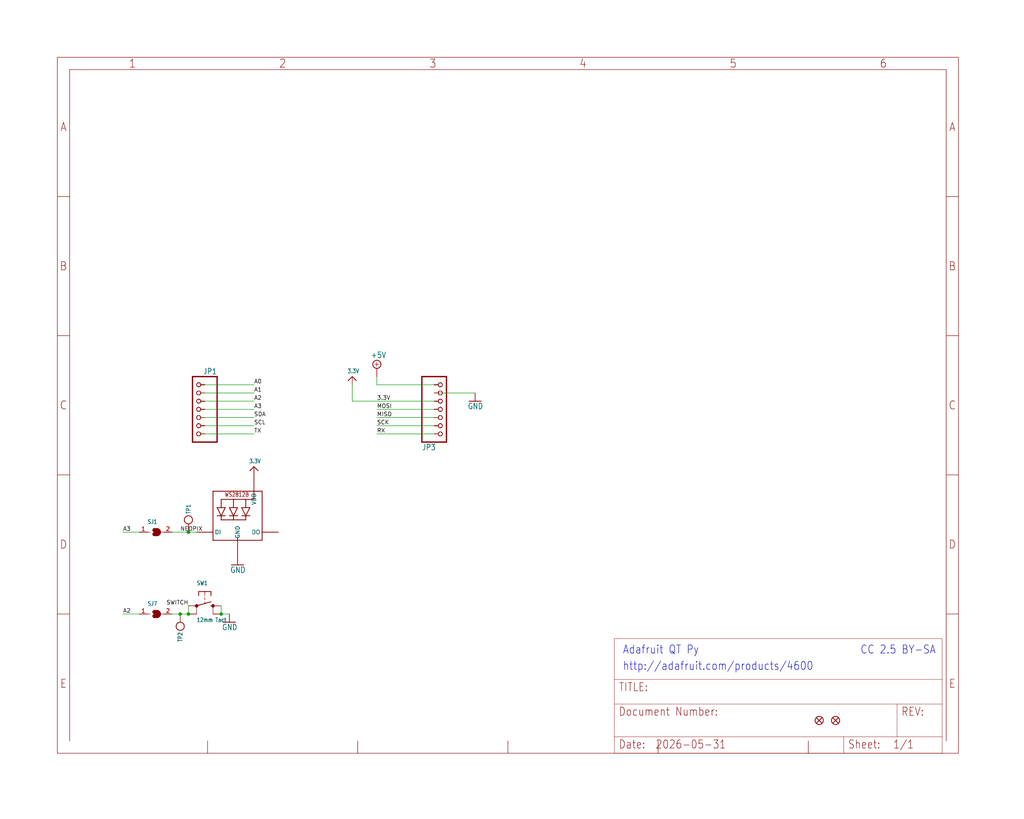
<source format=kicad_sch>
(kicad_sch (version 20230121) (generator eeschema)
  (paper "User" 317.5 254.127)
  (lib_symbols
    (symbol "working-eagle-import:+5V" (power)
      (property "Value" "+5V" (at -1.905 3.175 0))
      (symbol "+5V_1_0"
        (polyline (pts (xy -0.635 1.27) (xy 0.635 1.27)) (stroke (width 0.1524)))
        (polyline (pts (xy 0 0.635) (xy 0 1.905)) (stroke (width 0.1524)))
        (circle (center 0 1.27) (radius 1.27) (stroke (width 0.254)))
        (pin power_in line (at 0 -2.54 90) (length 2.54) (name "+5V") (number "1"))
      )
    )
    (symbol "working-eagle-import:3.3V" (power)
      (property "Value" "3.3V" (at -1.524 1.016 0))
      (symbol "3.3V_1_0"
        (polyline (pts (xy -1.27 -1.27) (xy 0 0)) (stroke (width 0.254)))
        (polyline (pts (xy 0 0) (xy 1.27 -1.27)) (stroke (width 0.254)))
        (pin power_in line (at 0 -2.54 90) (length 2.54) (name "3.3V") (number "1"))
      )
    )
    (symbol "working-eagle-import:FIDUCIAL_1MM"
      (symbol "FIDUCIAL_1MM_1_0"
        (polyline (pts (xy -0.762 0.762) (xy 0.762 -0.762)) (stroke (width 0.254)))
        (polyline (pts (xy 0.762 0.762) (xy -0.762 -0.762)) (stroke (width 0.254)))
        (circle (center 0 0) (radius 1.27) (stroke (width 0.254)))
      )
    )
    (symbol "working-eagle-import:FRAME_A_L"
      (symbol "FRAME_A_L_1_0"
        (polyline (pts (xy 0 43.18) (xy 3.81 43.18)))
        (polyline (pts (xy 0 86.36) (xy 3.81 86.36)))
        (polyline (pts (xy 0 129.54) (xy 3.81 129.54)))
        (polyline (pts (xy 0 172.72) (xy 3.81 172.72)))
        (polyline (pts (xy 3.81 3.81) (xy 3.81 212.09)))
        (polyline (pts (xy 46.5667 0) (xy 46.5667 3.81)))
        (polyline (pts (xy 93.1333 0) (xy 93.1333 3.81)))
        (polyline (pts (xy 139.7 0) (xy 139.7 3.81)))
        (polyline (pts (xy 186.2667 0) (xy 186.2667 3.81)))
        (polyline (pts (xy 232.8333 0) (xy 232.8333 3.81)))
        (polyline (pts (xy 275.59 3.81) (xy 275.59 212.09)))
        (polyline (pts (xy 275.59 43.18) (xy 279.4 43.18)))
        (polyline (pts (xy 275.59 86.36) (xy 279.4 86.36)))
        (polyline (pts (xy 275.59 129.54) (xy 279.4 129.54)))
        (polyline (pts (xy 275.59 172.72) (xy 279.4 172.72)))
        (polyline (pts (xy 275.59 212.09) (xy 3.81 212.09)))
        (polyline (pts (xy 0 0) (xy 279.4 0) (xy 279.4 215.9) (xy 0 215.9) (xy 0 0)))
        (text "1" (at 23.2833 213.995 0) (effects (font (size 2.54 2.286))))
        (text "2" (at 69.85 213.995 0) (effects (font (size 2.54 2.286))))
        (text "3" (at 116.4167 213.995 0) (effects (font (size 2.54 2.286))))
        (text "4" (at 162.9833 213.995 0) (effects (font (size 2.54 2.286))))
        (text "5" (at 209.55 213.995 0) (effects (font (size 2.54 2.286))))
        (text "6" (at 256.1167 213.995 0) (effects (font (size 2.54 2.286))))
        (text "A" (at 1.905 194.31 0) (effects (font (size 2.54 2.286))))
        (text "A" (at 277.495 194.31 0) (effects (font (size 2.54 2.286))))
        (text "B" (at 1.905 151.13 0) (effects (font (size 2.54 2.286))))
        (text "B" (at 277.495 151.13 0) (effects (font (size 2.54 2.286))))
        (text "C" (at 1.905 107.95 0) (effects (font (size 2.54 2.286))))
        (text "C" (at 277.495 107.95 0) (effects (font (size 2.54 2.286))))
        (text "D" (at 1.905 64.77 0) (effects (font (size 2.54 2.286))))
        (text "D" (at 277.495 64.77 0) (effects (font (size 2.54 2.286))))
        (text "E" (at 1.905 21.59 0) (effects (font (size 2.54 2.286))))
        (text "E" (at 277.495 21.59 0) (effects (font (size 2.54 2.286))))
      )
      (symbol "FRAME_A_L_2_0"
        (polyline (pts (xy 0 0) (xy 0 5.08)) (stroke (width 0.1016)))
        (polyline (pts (xy 0 0) (xy 71.12 0)) (stroke (width 0.1016)))
        (polyline (pts (xy 0 5.08) (xy 0 15.24)) (stroke (width 0.1016)))
        (polyline (pts (xy 0 5.08) (xy 71.12 5.08)) (stroke (width 0.1016)))
        (polyline (pts (xy 0 15.24) (xy 0 22.86)) (stroke (width 0.1016)))
        (polyline (pts (xy 0 22.86) (xy 0 35.56)) (stroke (width 0.1016)))
        (polyline (pts (xy 0 22.86) (xy 101.6 22.86)) (stroke (width 0.1016)))
        (polyline (pts (xy 71.12 0) (xy 101.6 0)) (stroke (width 0.1016)))
        (polyline (pts (xy 71.12 5.08) (xy 71.12 0)) (stroke (width 0.1016)))
        (polyline (pts (xy 71.12 5.08) (xy 87.63 5.08)) (stroke (width 0.1016)))
        (polyline (pts (xy 87.63 5.08) (xy 101.6 5.08)) (stroke (width 0.1016)))
        (polyline (pts (xy 87.63 15.24) (xy 0 15.24)) (stroke (width 0.1016)))
        (polyline (pts (xy 87.63 15.24) (xy 87.63 5.08)) (stroke (width 0.1016)))
        (polyline (pts (xy 101.6 5.08) (xy 101.6 0)) (stroke (width 0.1016)))
        (polyline (pts (xy 101.6 15.24) (xy 87.63 15.24)) (stroke (width 0.1016)))
        (polyline (pts (xy 101.6 15.24) (xy 101.6 5.08)) (stroke (width 0.1016)))
        (polyline (pts (xy 101.6 22.86) (xy 101.6 15.24)) (stroke (width 0.1016)))
        (polyline (pts (xy 101.6 35.56) (xy 0 35.56)) (stroke (width 0.1016)))
        (polyline (pts (xy 101.6 35.56) (xy 101.6 22.86)) (stroke (width 0.1016)))
        (text "${#}/${##}" (at 86.36 1.27 0) (effects (font (size 2.54 2.159)) (justify left bottom)))
        (text "${CURRENT_DATE}" (at 12.7 1.27 0) (effects (font (size 2.54 2.159)) (justify left bottom)))
        (text "${PROJECTNAME}" (at 17.78 19.05 0) (effects (font (size 2.54 2.159)) (justify left bottom)))
        (text "Date:" (at 1.27 1.27 0) (effects (font (size 2.54 2.159)) (justify left bottom)))
        (text "Document Number:" (at 1.27 11.43 0) (effects (font (size 2.54 2.159)) (justify left bottom)))
        (text "REV:" (at 88.9 11.43 0) (effects (font (size 2.54 2.159)) (justify left bottom)))
        (text "Sheet:" (at 72.39 1.27 0) (effects (font (size 2.54 2.159)) (justify left bottom)))
        (text "TITLE:" (at 1.27 19.05 0) (effects (font (size 2.54 2.159)) (justify left bottom)))
      )
    )
    (symbol "working-eagle-import:GND" (power)
      (property "Value" "GND" (at -2.54 -2.54 0))
      (symbol "GND_1_0"
        (polyline (pts (xy -1.905 0) (xy 1.905 0)) (stroke (width 0.254)))
        (pin power_in line (at 0 2.54 270) (length 2.54) (name "GND") (number "1"))
      )
    )
    (symbol "working-eagle-import:HEADER-1X7_CASTEL"
      (property "Reference" "JP" (at -6.35 10.795 0))
      (symbol "HEADER-1X7_CASTEL_1_0"
        (polyline (pts (xy -6.35 -10.16) (xy 1.27 -10.16)) (stroke (width 0.4064)))
        (polyline (pts (xy -6.35 10.16) (xy -6.35 -10.16)) (stroke (width 0.4064)))
        (polyline (pts (xy 1.27 -10.16) (xy 1.27 10.16)) (stroke (width 0.4064)))
        (polyline (pts (xy 1.27 10.16) (xy -6.35 10.16)) (stroke (width 0.4064)))
        (pin passive inverted (at -2.54 7.62 0) (length 2.54) (name "1") (number "1"))
        (pin passive inverted (at -2.54 7.62 0) (length 2.54) (name "1") (number "1C"))
        (pin passive inverted (at -2.54 5.08 0) (length 2.54) (name "2") (number "2"))
        (pin passive inverted (at -2.54 5.08 0) (length 2.54) (name "2") (number "2C"))
        (pin passive inverted (at -2.54 2.54 0) (length 2.54) (name "3") (number "3"))
        (pin passive inverted (at -2.54 2.54 0) (length 2.54) (name "3") (number "3C"))
        (pin passive inverted (at -2.54 0 0) (length 2.54) (name "4") (number "4"))
        (pin passive inverted (at -2.54 0 0) (length 2.54) (name "4") (number "4C"))
        (pin passive inverted (at -2.54 -2.54 0) (length 2.54) (name "5") (number "5"))
        (pin passive inverted (at -2.54 -2.54 0) (length 2.54) (name "5") (number "5C"))
        (pin passive inverted (at -2.54 -5.08 0) (length 2.54) (name "6") (number "6"))
        (pin passive inverted (at -2.54 -5.08 0) (length 2.54) (name "6") (number "6C"))
        (pin passive inverted (at -2.54 -7.62 0) (length 2.54) (name "7") (number "7"))
        (pin passive inverted (at -2.54 -7.62 0) (length 2.54) (name "7") (number "7C"))
      )
    )
    (symbol "working-eagle-import:SOLDERJUMPERCLOSED"
      (property "Reference" "SJ" (at -2.54 2.54 0))
      (symbol "SOLDERJUMPERCLOSED_1_0"
        (arc (start -0.381 -0.635) (mid 0.2541 -0.0001) (end -0.3808 0.635) (stroke (width 1.27)))
        (polyline (pts (xy -2.54 0) (xy -1.651 0)) (stroke (width 0.1524)))
        (polyline (pts (xy 2.54 0) (xy 1.651 0)) (stroke (width 0.1524)))
        (arc (start 0.3808 -0.635) (mid 1.0132 -0.0001) (end 0.381 0.635) (stroke (width 1.27)))
        (pin passive line (at -5.08 0 0) (length 2.54) (name "1") (number "1"))
        (pin passive line (at 5.08 0 180) (length 2.54) (name "2") (number "2"))
      )
    )
    (symbol "working-eagle-import:SWITCH_TACT_SMT_12MM"
      (property "Reference" "SW" (at -2.54 6.35 0))
      (symbol "SWITCH_TACT_SMT_12MM_1_0"
        (circle (center -2.54 0) (radius 0.127) (stroke (width 0.4064)))
        (polyline (pts (xy -2.54 -2.54) (xy -2.54 0)) (stroke (width 0.1524)))
        (polyline (pts (xy -2.54 0) (xy 1.905 1.27)) (stroke (width 0.254)))
        (polyline (pts (xy -1.905 4.445) (xy -1.905 3.175)) (stroke (width 0.254)))
        (polyline (pts (xy 0 1.27) (xy 0 0.635)) (stroke (width 0.1524)))
        (polyline (pts (xy 0 2.54) (xy 0 1.905)) (stroke (width 0.1524)))
        (polyline (pts (xy 0 4.445) (xy -1.905 4.445)) (stroke (width 0.254)))
        (polyline (pts (xy 0 4.445) (xy 0 3.175)) (stroke (width 0.1524)))
        (polyline (pts (xy 1.905 0) (xy 2.54 0)) (stroke (width 0.254)))
        (polyline (pts (xy 1.905 4.445) (xy 0 4.445)) (stroke (width 0.254)))
        (polyline (pts (xy 1.905 4.445) (xy 1.905 3.175)) (stroke (width 0.254)))
        (polyline (pts (xy 2.54 -2.54) (xy 2.54 0)) (stroke (width 0.1524)))
        (circle (center 2.54 0) (radius 0.127) (stroke (width 0.4064)))
        (pin passive line (at -5.08 0 0) (length 2.54) (name "P") (number "P$1"))
        (pin passive line (at -5.08 -2.54 0) (length 2.54) (name "P1") (number "P$2"))
        (pin passive line (at 5.08 0 180) (length 2.54) (name "S") (number "P$3"))
        (pin passive line (at 5.08 -2.54 180) (length 2.54) (name "S1") (number "P$4"))
      )
    )
    (symbol "working-eagle-import:TESTPOINT1.5X2.0MM_NOCREAM"
      (property "Reference" "TP" (at 0 5.588 90))
      (symbol "TESTPOINT1.5X2.0MM_NOCREAM_1_0"
        (circle (center 0 3.81) (radius 1.27) (stroke (width 0.254)))
        (pin bidirectional line (at 0 0 90) (length 2.54) (name "P$1") (number "P$1"))
      )
    )
    (symbol "working-eagle-import:WS2812B_3535FULL"
      (symbol "WS2812B_3535FULL_1_0"
        (polyline (pts (xy -7.62 -5.08) (xy 0 -5.08)) (stroke (width 0.254)))
        (polyline (pts (xy -7.62 -2.54) (xy -7.62 -5.08)) (stroke (width 0.254)))
        (polyline (pts (xy -7.62 10.16) (xy -7.62 -2.54)) (stroke (width 0.254)))
        (polyline (pts (xy -6.35 2.54) (xy -5.08 2.54)) (stroke (width 0.254)))
        (polyline (pts (xy -6.35 5.08) (xy -5.08 5.08)) (stroke (width 0.254)))
        (polyline (pts (xy -5.08 2.54) (xy -6.35 5.08)) (stroke (width 0.254)))
        (polyline (pts (xy -5.08 2.54) (xy -5.08 1.27)) (stroke (width 0.254)))
        (polyline (pts (xy -5.08 2.54) (xy -3.81 5.08)) (stroke (width 0.254)))
        (polyline (pts (xy -5.08 5.08) (xy -3.81 5.08)) (stroke (width 0.254)))
        (polyline (pts (xy -5.08 7.62) (xy -5.08 5.08)) (stroke (width 0.254)))
        (polyline (pts (xy -3.81 2.54) (xy -5.08 2.54)) (stroke (width 0.254)))
        (polyline (pts (xy -2.54 2.54) (xy -1.27 2.54)) (stroke (width 0.254)))
        (polyline (pts (xy -2.54 5.08) (xy 0 5.08)) (stroke (width 0.254)))
        (polyline (pts (xy -1.27 1.27) (xy -5.08 1.27)) (stroke (width 0.254)))
        (polyline (pts (xy -1.27 2.54) (xy -2.54 5.08)) (stroke (width 0.254)))
        (polyline (pts (xy -1.27 2.54) (xy -1.27 1.27)) (stroke (width 0.254)))
        (polyline (pts (xy -1.27 2.54) (xy 0 2.54)) (stroke (width 0.254)))
        (polyline (pts (xy -1.27 5.08) (xy -1.27 7.62)) (stroke (width 0.254)))
        (polyline (pts (xy -1.27 7.62) (xy -5.08 7.62)) (stroke (width 0.254)))
        (polyline (pts (xy 0 -5.08) (xy 7.62 -5.08)) (stroke (width 0.254)))
        (polyline (pts (xy 0 -4.064) (xy 0 -5.08)) (stroke (width 0.254)))
        (polyline (pts (xy 0 5.08) (xy -1.27 2.54)) (stroke (width 0.254)))
        (polyline (pts (xy 1.27 5.08) (xy 2.54 2.54)) (stroke (width 0.254)))
        (polyline (pts (xy 1.27 5.08) (xy 2.54 5.08)) (stroke (width 0.254)))
        (polyline (pts (xy 2.54 1.27) (xy -1.27 1.27)) (stroke (width 0.254)))
        (polyline (pts (xy 2.54 2.54) (xy 1.27 2.54)) (stroke (width 0.254)))
        (polyline (pts (xy 2.54 2.54) (xy 2.54 1.27)) (stroke (width 0.254)))
        (polyline (pts (xy 2.54 2.54) (xy 3.81 2.54)) (stroke (width 0.254)))
        (polyline (pts (xy 2.54 2.54) (xy 3.81 5.08)) (stroke (width 0.254)))
        (polyline (pts (xy 2.54 5.08) (xy 2.54 7.62)) (stroke (width 0.254)))
        (polyline (pts (xy 2.54 7.62) (xy -1.27 7.62)) (stroke (width 0.254)))
        (polyline (pts (xy 2.54 7.62) (xy 5.08 7.62)) (stroke (width 0.254)))
        (polyline (pts (xy 3.81 5.08) (xy 2.54 5.08)) (stroke (width 0.254)))
        (polyline (pts (xy 5.08 10.16) (xy -7.62 10.16)) (stroke (width 0.254)))
        (polyline (pts (xy 5.08 10.16) (xy 5.08 7.62)) (stroke (width 0.254)))
        (polyline (pts (xy 7.62 -5.08) (xy 7.62 -2.54)) (stroke (width 0.254)))
        (polyline (pts (xy 7.62 -2.54) (xy 7.62 10.16)) (stroke (width 0.254)))
        (polyline (pts (xy 7.62 10.16) (xy 5.08 10.16)) (stroke (width 0.254)))
        (text "WS2812B" (at -4.064 8.382 0) (effects (font (size 1.27 1.0795)) (justify left bottom)))
        (pin input line (at -12.7 -2.54 0) (length 5.08) (name "DI") (number "1"))
        (pin power_in line (at 5.08 15.24 270) (length 5.08) (name "VDD") (number "2"))
        (pin output line (at 12.7 -2.54 180) (length 5.08) (name "DO") (number "3"))
        (pin power_in line (at 0 -10.16 90) (length 5.08) (name "GND") (number "4"))
      )
    )
  )
  (junction (at 58.42 190.5))
  (junction (at 68.58 190.5))
  (junction (at 55.88 190.5))
  (junction (at 58.42 165.1))
  (wire (pts (xy 43.18 165.1) (xy 38.1 165.1)) (stroke (width 0.1524)))
  (wire (pts (xy 43.18 190.5) (xy 38.1 190.5)) (stroke (width 0.1524)))
  (wire (pts (xy 78.74 124.46) (xy 63.5 124.46)) (stroke (width 0.1524)))
  (wire (pts (xy 109.22 124.46) (xy 109.22 119.38)) (stroke (width 0.1524)))
  (wire (pts (xy 63.5 119.38) (xy 78.74 119.38)) (stroke (width 0.1524)))
  (wire (pts (xy 60.96 165.1) (xy 58.42 165.1)) (stroke (width 0.1524)))
  (wire (pts (xy 134.62 129.54) (xy 116.84 129.54)) (stroke (width 0.1524)))
  (wire (pts (xy 78.74 129.54) (xy 63.5 129.54)) (stroke (width 0.1524)))
  (wire (pts (xy 68.58 190.5) (xy 71.12 190.5)) (stroke (width 0.1524)))
  (wire (pts (xy 63.5 121.92) (xy 78.74 121.92)) (stroke (width 0.1524)))
  (wire (pts (xy 58.42 165.1) (xy 53.34 165.1)) (stroke (width 0.1524)))
  (wire (pts (xy 134.62 121.92) (xy 147.32 121.92)) (stroke (width 0.1524)))
  (wire (pts (xy 134.62 134.62) (xy 116.84 134.62)) (stroke (width 0.1524)))
  (wire (pts (xy 134.62 124.46) (xy 109.22 124.46)) (stroke (width 0.1524)))
  (wire (pts (xy 134.62 119.38) (xy 116.84 119.38)) (stroke (width 0.1524)))
  (wire (pts (xy 116.84 119.38) (xy 116.84 116.84)) (stroke (width 0.1524)))
  (wire (pts (xy 55.88 190.5) (xy 53.34 190.5)) (stroke (width 0.1524)))
  (wire (pts (xy 63.5 132.08) (xy 78.74 132.08)) (stroke (width 0.1524)))
  (wire (pts (xy 116.84 132.08) (xy 134.62 132.08)) (stroke (width 0.1524)))
  (wire (pts (xy 116.84 127) (xy 134.62 127)) (stroke (width 0.1524)))
  (wire (pts (xy 63.5 127) (xy 78.74 127)) (stroke (width 0.1524)))
  (wire (pts (xy 78.74 134.62) (xy 63.5 134.62)) (stroke (width 0.1524)))
  (wire (pts (xy 68.58 187.96) (xy 68.58 190.5)) (stroke (width 0.1524)))
  (wire (pts (xy 58.42 187.96) (xy 58.42 190.5)) (stroke (width 0.1524)))
  (wire (pts (xy 58.42 190.5) (xy 55.88 190.5)) (stroke (width 0.1524)))
  (text "CC 2.5 BY-SA" (at 266.7 203.2 0) (effects (font (size 2.54 2.159)) (justify left bottom)))
  (text "Adafruit QT Py" (at 193.04 203.2 0) (effects (font (size 2.54 2.159)) (justify left bottom)))
  (text "http://adafruit.com/products/4600" (at 193.04 208.28 0) (effects (font (size 2.54 2.159)) (justify left bottom)))
  (label "TX" (at 78.74 134.62 0) (effects (font (size 1.2446 1.2446))))
  (label "3.3V" (at 116.84 124.46 0) (effects (font (size 1.2446 1.2446))))
  (label "SCK" (at 116.84 132.08 0) (effects (font (size 1.2446 1.2446))))
  (label "MISO" (at 116.84 129.54 0) (effects (font (size 1.2446 1.2446))))
  (label "SCL" (at 78.74 132.08 0) (effects (font (size 1.2446 1.2446))))
  (label "MOSI" (at 116.84 127 0) (effects (font (size 1.2446 1.2446))))
  (label "A3" (at 38.1 165.1 0) (effects (font (size 1.2446 1.2446))))
  (label "A2" (at 78.74 124.46 0) (effects (font (size 1.2446 1.2446))))
  (label "A1" (at 78.74 121.92 0) (effects (font (size 1.2446 1.2446))))
  (label "A3" (at 78.74 127 0) (effects (font (size 1.2446 1.2446))))
  (label "NEOPIX" (at 55.88 165.1 0) (effects (font (size 1.2446 1.2446))))
  (label "A0" (at 78.74 119.38 0) (effects (font (size 1.2446 1.2446))))
  (label "SWITCH" (at 58.42 187.96 180) (effects (font (size 1.2446 1.2446))))
  (label "SDA" (at 78.74 129.54 0) (effects (font (size 1.2446 1.2446))))
  (label "A2" (at 38.1 190.5 0) (effects (font (size 1.2446 1.2446))))
  (label "RX" (at 116.84 134.62 0) (effects (font (size 1.2446 1.2446))))
  (symbol (lib_id "working-eagle-import:GND") (at 73.66 175.26 0) (mirror y) (unit 1)
    (property "Reference" "#GND1" (effects hide))
    (property "Value" "GND" (at 76.2 177.8 0) (effects (font (size 1.778 1.5113)) (justify left bottom)))
  )
  (symbol (lib_id "working-eagle-import:FIDUCIAL_1MM") (at 254 223.52 0) (unit 1)
    (property "Reference" "U$8" (effects hide))
    (property "Value" "FIDUCIAL_1MM" (effects hide))
    (property "Footprint" "working:FIDUCIAL_1MM" (effects hide))
  )
  (symbol (lib_id "working-eagle-import:+5V") (at 116.84 114.3 0) (unit 1)
    (property "Reference" "#SUPPLY3" (effects hide))
    (property "Value" "+5V" (at 114.935 111.125 0) (effects (font (size 1.778 1.5113)) (justify left bottom)))
  )
  (symbol (lib_id "working-eagle-import:GND") (at 71.12 193.04 0) (mirror y) (unit 1)
    (property "Reference" "#GND3" (effects hide))
    (property "Value" "GND" (at 73.66 195.58 0) (effects (font (size 1.778 1.5113)) (justify left bottom)))
  )
  (symbol (lib_id "working-eagle-import:FRAME_A_L") (at 190.5 233.68 0) (unit 2)
    (property "Reference" "#FRAME1" (effects hide))
    (property "Value" "FRAME_A_L" (effects hide))
  )
  (symbol (lib_id "working-eagle-import:HEADER-1X7_CASTEL") (at 137.16 127 0) (mirror x) (unit 1)
    (property "Reference" "JP3" (at 130.81 137.795 0) (effects (font (size 1.778 1.5113)) (justify left bottom)))
    (property "Value" "HEADER-1X7_CASTEL" (effects hide))
    (property "Footprint" "working:1X07_CASTEL" (effects hide))
  )
  (symbol (lib_id "working-eagle-import:TESTPOINT1.5X2.0MM_NOCREAM") (at 58.42 165.1 0) (unit 1)
    (property "Reference" "TP1" (at 58.42 159.512 90) (effects (font (size 1.27 1.0795)) (justify left)))
    (property "Value" "TESTPOINT1.5X2.0MM_NOCREAM" (effects hide))
    (property "Footprint" "working:PAD-1.5X2.0" (effects hide))
  )
  (symbol (lib_id "working-eagle-import:HEADER-1X7_CASTEL") (at 60.96 127 0) (mirror y) (unit 1)
    (property "Reference" "JP1" (at 67.31 116.205 0) (effects (font (size 1.778 1.5113)) (justify left bottom)))
    (property "Value" "HEADER-1X7_CASTEL" (effects hide))
    (property "Footprint" "working:1X07_CASTEL" (effects hide))
  )
  (symbol (lib_id "working-eagle-import:WS2812B_3535FULL") (at 73.66 162.56 0) (unit 1)
    (property "Reference" "LED1" (effects hide))
    (property "Value" "WS2812B_3535FULL" (effects hide))
    (property "Footprint" "working:LED3535_FULLPADS" (effects hide))
  )
  (symbol (lib_id "working-eagle-import:FRAME_A_L") (at 17.78 233.68 0) (unit 1)
    (property "Reference" "#FRAME1" (effects hide))
    (property "Value" "FRAME_A_L" (effects hide))
  )
  (symbol (lib_id "working-eagle-import:3.3V") (at 109.22 116.84 0) (unit 1)
    (property "Reference" "#U$4" (effects hide))
    (property "Value" "3.3V" (at 107.696 115.824 0) (effects (font (size 1.27 1.0795)) (justify left bottom)))
  )
  (symbol (lib_id "working-eagle-import:GND") (at 147.32 124.46 0) (mirror y) (unit 1)
    (property "Reference" "#GND2" (effects hide))
    (property "Value" "GND" (at 149.86 127 0) (effects (font (size 1.778 1.5113)) (justify left bottom)))
  )
  (symbol (lib_id "working-eagle-import:TESTPOINT1.5X2.0MM_NOCREAM") (at 55.88 190.5 180) (unit 1)
    (property "Reference" "TP2" (at 55.88 196.088 90) (effects (font (size 1.27 1.0795)) (justify left)))
    (property "Value" "TESTPOINT1.5X2.0MM_NOCREAM" (effects hide))
    (property "Footprint" "working:PAD-1.5X2.0" (effects hide))
  )
  (symbol (lib_id "working-eagle-import:SOLDERJUMPERCLOSED") (at 48.26 190.5 0) (unit 1)
    (property "Reference" "SJ7" (at 45.72 187.96 0) (effects (font (size 1.27 1.0795)) (justify left bottom)))
    (property "Value" "SOLDERJUMPERCLOSED" (effects hide))
    (property "Footprint" "working:SOLDERJUMPER_CLOSEDWIRE" (effects hide))
  )
  (symbol (lib_id "working-eagle-import:3.3V") (at 78.74 144.78 0) (unit 1)
    (property "Reference" "#U$1" (effects hide))
    (property "Value" "3.3V" (at 77.216 143.764 0) (effects (font (size 1.27 1.0795)) (justify left bottom)))
  )
  (symbol (lib_id "working-eagle-import:SOLDERJUMPERCLOSED") (at 48.26 165.1 0) (unit 1)
    (property "Reference" "SJ1" (at 45.72 162.56 0) (effects (font (size 1.27 1.0795)) (justify left bottom)))
    (property "Value" "SOLDERJUMPERCLOSED" (effects hide))
    (property "Footprint" "working:SOLDERJUMPER_CLOSEDWIRE" (effects hide))
  )
  (symbol (lib_id "working-eagle-import:FIDUCIAL_1MM") (at 259.08 223.52 0) (unit 1)
    (property "Reference" "U$6" (effects hide))
    (property "Value" "FIDUCIAL_1MM" (effects hide))
    (property "Footprint" "working:FIDUCIAL_1MM" (effects hide))
  )
  (symbol (lib_id "working-eagle-import:SWITCH_TACT_SMT_12MM") (at 63.5 187.96 0) (unit 1)
    (property "Reference" "SW1" (at 60.96 181.61 0) (effects (font (size 1.27 1.0795)) (justify left bottom)))
    (property "Value" "12mm Tact" (at 60.96 193.04 0) (effects (font (size 1.27 1.0795)) (justify left bottom)))
    (property "Footprint" "working:B3F-40XX-SMT" (effects hide))
  )
)
</source>
